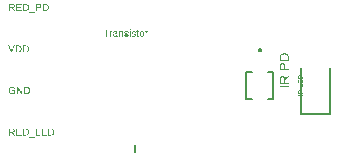
<source format=gbr>
G04 EAGLE Gerber RS-274X export*
G75*
%MOMM*%
%FSLAX34Y34*%
%LPD*%
%INSilkscreen Top*%
%IPPOS*%
%AMOC8*
5,1,8,0,0,1.08239X$1,22.5*%
G01*
G04 Define Apertures*
%ADD10C,0.127000*%
%ADD11C,0.200000*%
%ADD12C,0.254000*%
G36*
X246888Y98070D02*
X238998Y98070D01*
X238998Y100679D01*
X239013Y101166D01*
X239060Y101624D01*
X239139Y102054D01*
X239249Y102455D01*
X239390Y102827D01*
X239563Y103171D01*
X239767Y103487D01*
X240003Y103773D01*
X240267Y104028D01*
X240558Y104250D01*
X240876Y104437D01*
X241220Y104590D01*
X241591Y104709D01*
X241988Y104794D01*
X242412Y104845D01*
X242862Y104862D01*
X243162Y104855D01*
X243453Y104833D01*
X243734Y104795D01*
X244006Y104743D01*
X244268Y104676D01*
X244521Y104595D01*
X244764Y104498D01*
X244998Y104386D01*
X245220Y104261D01*
X245429Y104123D01*
X245624Y103973D01*
X245807Y103811D01*
X245975Y103636D01*
X246130Y103449D01*
X246272Y103249D01*
X246401Y103037D01*
X246515Y102814D01*
X246614Y102583D01*
X246698Y102344D01*
X246766Y102096D01*
X246820Y101840D01*
X246858Y101575D01*
X246880Y101302D01*
X246888Y101021D01*
X246888Y98070D01*
G37*
%LPC*%
G36*
X246031Y99139D02*
X246031Y100898D01*
X246007Y101318D01*
X245936Y101713D01*
X245817Y102081D01*
X245650Y102424D01*
X245439Y102733D01*
X245186Y103005D01*
X244890Y103239D01*
X244553Y103434D01*
X244178Y103589D01*
X243772Y103699D01*
X243333Y103765D01*
X242862Y103787D01*
X242506Y103775D01*
X242172Y103737D01*
X241859Y103674D01*
X241569Y103586D01*
X241300Y103473D01*
X241053Y103335D01*
X240828Y103172D01*
X240624Y102984D01*
X240444Y102771D01*
X240288Y102537D01*
X240155Y102280D01*
X240047Y102000D01*
X239963Y101698D01*
X239903Y101373D01*
X239866Y101026D01*
X239854Y100657D01*
X239854Y99139D01*
X246031Y99139D01*
G37*
%LPD*%
G36*
X246888Y78945D02*
X238998Y78945D01*
X238998Y82657D01*
X239007Y82981D01*
X239035Y83286D01*
X239082Y83571D01*
X239147Y83838D01*
X239231Y84086D01*
X239333Y84315D01*
X239454Y84525D01*
X239594Y84715D01*
X239750Y84885D01*
X239921Y85033D01*
X240107Y85157D01*
X240307Y85259D01*
X240522Y85339D01*
X240752Y85395D01*
X240996Y85429D01*
X241254Y85441D01*
X241470Y85433D01*
X241677Y85408D01*
X241874Y85368D01*
X242064Y85312D01*
X242244Y85240D01*
X242416Y85152D01*
X242579Y85048D01*
X242733Y84928D01*
X242876Y84794D01*
X243005Y84648D01*
X243120Y84489D01*
X243162Y84418D01*
X243221Y84318D01*
X243309Y84136D01*
X243383Y83941D01*
X243443Y83733D01*
X243489Y83514D01*
X244936Y84468D01*
X246888Y85754D01*
X246888Y84522D01*
X243612Y82473D01*
X243612Y80014D01*
X246888Y80014D01*
X246888Y78945D01*
G37*
%LPC*%
G36*
X242766Y80014D02*
X242766Y82596D01*
X242760Y82801D01*
X242742Y82995D01*
X242711Y83176D01*
X242668Y83345D01*
X242612Y83503D01*
X242544Y83648D01*
X242464Y83782D01*
X242372Y83903D01*
X242268Y84012D01*
X242154Y84105D01*
X242031Y84185D01*
X241898Y84250D01*
X241755Y84300D01*
X241601Y84336D01*
X241439Y84358D01*
X241266Y84365D01*
X241099Y84358D01*
X240942Y84336D01*
X240795Y84300D01*
X240659Y84248D01*
X240533Y84183D01*
X240417Y84102D01*
X240311Y84007D01*
X240216Y83898D01*
X240131Y83774D01*
X240058Y83638D01*
X239945Y83327D01*
X239877Y82965D01*
X239854Y82551D01*
X239854Y80014D01*
X242766Y80014D01*
G37*
%LPD*%
G36*
X246888Y90413D02*
X238998Y90413D01*
X238998Y93734D01*
X239007Y94057D01*
X239037Y94360D01*
X239085Y94645D01*
X239153Y94911D01*
X239240Y95159D01*
X239347Y95388D01*
X239474Y95598D01*
X239619Y95789D01*
X239783Y95960D01*
X239962Y96108D01*
X240157Y96233D01*
X240368Y96335D01*
X240595Y96415D01*
X240838Y96472D01*
X241097Y96506D01*
X241372Y96517D01*
X241645Y96506D01*
X241903Y96472D01*
X242147Y96415D01*
X242377Y96335D01*
X242593Y96232D01*
X242794Y96106D01*
X242980Y95958D01*
X243153Y95786D01*
X243308Y95596D01*
X243442Y95388D01*
X243556Y95165D01*
X243648Y94925D01*
X243721Y94668D01*
X243772Y94396D01*
X243803Y94107D01*
X243814Y93801D01*
X243814Y91483D01*
X246888Y91483D01*
X246888Y90413D01*
G37*
%LPC*%
G36*
X242968Y91483D02*
X242968Y93650D01*
X242962Y93867D01*
X242943Y94070D01*
X242912Y94259D01*
X242869Y94434D01*
X242813Y94595D01*
X242745Y94742D01*
X242665Y94875D01*
X242572Y94994D01*
X242467Y95099D01*
X242349Y95190D01*
X242219Y95267D01*
X242077Y95330D01*
X241922Y95379D01*
X241755Y95414D01*
X241575Y95435D01*
X241383Y95442D01*
X241198Y95435D01*
X241025Y95413D01*
X240864Y95377D01*
X240714Y95327D01*
X240577Y95263D01*
X240452Y95184D01*
X240338Y95091D01*
X240237Y94983D01*
X240147Y94861D01*
X240069Y94725D01*
X240004Y94574D01*
X239950Y94409D01*
X239908Y94230D01*
X239878Y94036D01*
X239860Y93828D01*
X239854Y93605D01*
X239854Y91483D01*
X242968Y91483D01*
G37*
%LPD*%
G36*
X246888Y75875D02*
X238998Y75875D01*
X238998Y76944D01*
X246888Y76944D01*
X246888Y75875D01*
G37*
G36*
X24953Y70350D02*
X22741Y70350D01*
X22741Y76262D01*
X24697Y76262D01*
X25061Y76251D01*
X25405Y76215D01*
X25727Y76156D01*
X26027Y76074D01*
X26306Y75968D01*
X26564Y75839D01*
X26800Y75686D01*
X27015Y75509D01*
X27206Y75311D01*
X27372Y75093D01*
X27512Y74855D01*
X27627Y74597D01*
X27716Y74319D01*
X27780Y74022D01*
X27818Y73704D01*
X27831Y73367D01*
X27809Y72924D01*
X27742Y72509D01*
X27631Y72124D01*
X27474Y71766D01*
X27278Y71443D01*
X27043Y71160D01*
X26772Y70918D01*
X26463Y70715D01*
X26123Y70555D01*
X25758Y70441D01*
X25368Y70373D01*
X24953Y70350D01*
G37*
%LPC*%
G36*
X24860Y70992D02*
X25176Y71010D01*
X25471Y71063D01*
X25747Y71153D01*
X26004Y71277D01*
X26236Y71436D01*
X26440Y71626D01*
X26615Y71847D01*
X26761Y72100D01*
X26877Y72380D01*
X26959Y72685D01*
X27009Y73014D01*
X27025Y73367D01*
X27016Y73634D01*
X26988Y73884D01*
X26941Y74118D01*
X26875Y74336D01*
X26790Y74537D01*
X26687Y74722D01*
X26564Y74891D01*
X26423Y75043D01*
X26264Y75179D01*
X26089Y75296D01*
X25896Y75395D01*
X25686Y75476D01*
X25460Y75539D01*
X25217Y75584D01*
X24957Y75611D01*
X24680Y75620D01*
X23543Y75620D01*
X23543Y70992D01*
X24860Y70992D01*
G37*
%LPD*%
G36*
X17236Y70350D02*
X16522Y70350D01*
X16522Y76262D01*
X17454Y76262D01*
X20651Y71193D01*
X20614Y71903D01*
X20601Y72385D01*
X20601Y76262D01*
X21323Y76262D01*
X21323Y70350D01*
X20358Y70350D01*
X17194Y75385D01*
X17215Y74978D01*
X17236Y74278D01*
X17236Y70350D01*
G37*
G36*
X12541Y70266D02*
X12094Y70289D01*
X11678Y70358D01*
X11294Y70474D01*
X10943Y70635D01*
X10627Y70840D01*
X10351Y71086D01*
X10114Y71372D01*
X9917Y71699D01*
X9762Y72062D01*
X9651Y72455D01*
X9584Y72879D01*
X9562Y73333D01*
X9574Y73683D01*
X9610Y74012D01*
X9671Y74321D01*
X9755Y74610D01*
X9864Y74879D01*
X9997Y75127D01*
X10153Y75354D01*
X10334Y75562D01*
X10537Y75747D01*
X10759Y75907D01*
X11001Y76042D01*
X11263Y76153D01*
X11544Y76240D01*
X11844Y76301D01*
X12164Y76338D01*
X12504Y76351D01*
X12972Y76330D01*
X13393Y76268D01*
X13769Y76164D01*
X14098Y76019D01*
X14387Y75828D01*
X14641Y75588D01*
X14859Y75298D01*
X15042Y74957D01*
X14279Y74731D01*
X14141Y74966D01*
X13979Y75166D01*
X13794Y75333D01*
X13584Y75465D01*
X13349Y75566D01*
X13088Y75638D01*
X12799Y75681D01*
X12483Y75696D01*
X12234Y75686D01*
X12001Y75657D01*
X11783Y75609D01*
X11580Y75541D01*
X11391Y75454D01*
X11218Y75348D01*
X11060Y75222D01*
X10918Y75077D01*
X10791Y74914D01*
X10681Y74736D01*
X10588Y74542D01*
X10512Y74332D01*
X10452Y74106D01*
X10410Y73864D01*
X10385Y73607D01*
X10376Y73333D01*
X10385Y73061D01*
X10412Y72803D01*
X10457Y72560D01*
X10520Y72331D01*
X10601Y72117D01*
X10700Y71918D01*
X10816Y71734D01*
X10951Y71565D01*
X11102Y71413D01*
X11266Y71281D01*
X11444Y71170D01*
X11636Y71079D01*
X11842Y71008D01*
X12061Y70957D01*
X12294Y70927D01*
X12541Y70916D01*
X12826Y70927D01*
X13101Y70961D01*
X13366Y71016D01*
X13622Y71093D01*
X13861Y71189D01*
X14076Y71300D01*
X14267Y71428D01*
X14434Y71571D01*
X14434Y72637D01*
X12667Y72637D01*
X12667Y73308D01*
X15172Y73308D01*
X15172Y71269D01*
X14924Y71043D01*
X14650Y70845D01*
X14348Y70673D01*
X14021Y70528D01*
X13672Y70414D01*
X13310Y70332D01*
X12933Y70282D01*
X12541Y70266D01*
G37*
G36*
X258572Y83033D02*
X254638Y83033D01*
X254638Y84334D01*
X254645Y84577D01*
X254669Y84805D01*
X254708Y85020D01*
X254763Y85220D01*
X254833Y85405D01*
X254920Y85577D01*
X255021Y85734D01*
X255139Y85877D01*
X255271Y86004D01*
X255416Y86114D01*
X255574Y86208D01*
X255746Y86284D01*
X255931Y86344D01*
X256129Y86386D01*
X256340Y86412D01*
X256564Y86420D01*
X256859Y86405D01*
X257135Y86361D01*
X257392Y86286D01*
X257630Y86183D01*
X257845Y86052D01*
X258033Y85896D01*
X258194Y85715D01*
X258329Y85510D01*
X258435Y85284D01*
X258511Y85041D01*
X258557Y84781D01*
X258572Y84504D01*
X258572Y83033D01*
G37*
%LPC*%
G36*
X258145Y83566D02*
X258145Y84443D01*
X258133Y84653D01*
X258097Y84850D01*
X258038Y85033D01*
X257955Y85204D01*
X257850Y85358D01*
X257723Y85494D01*
X257576Y85610D01*
X257408Y85708D01*
X257221Y85785D01*
X257018Y85840D01*
X256799Y85873D01*
X256564Y85884D01*
X256387Y85878D01*
X256220Y85859D01*
X256065Y85828D01*
X255920Y85784D01*
X255786Y85727D01*
X255662Y85658D01*
X255550Y85577D01*
X255449Y85483D01*
X255281Y85260D01*
X255215Y85132D01*
X255161Y84993D01*
X255119Y84842D01*
X255089Y84680D01*
X255071Y84507D01*
X255065Y84323D01*
X255065Y83566D01*
X258145Y83566D01*
G37*
%LPD*%
G36*
X258572Y70314D02*
X254638Y70314D01*
X254638Y72165D01*
X254656Y72479D01*
X254712Y72754D01*
X254805Y72992D01*
X254935Y73192D01*
X255098Y73350D01*
X255291Y73463D01*
X255512Y73531D01*
X255763Y73553D01*
X255973Y73537D01*
X256166Y73489D01*
X256342Y73410D01*
X256500Y73298D01*
X256636Y73158D01*
X256711Y73043D01*
X256744Y72994D01*
X256824Y72805D01*
X256877Y72593D01*
X257599Y73068D01*
X258572Y73710D01*
X258572Y73095D01*
X256939Y72073D01*
X256939Y70847D01*
X258572Y70847D01*
X258572Y70314D01*
G37*
%LPC*%
G36*
X256517Y70847D02*
X256517Y72135D01*
X256505Y72334D01*
X256468Y72509D01*
X256406Y72660D01*
X256320Y72787D01*
X256212Y72888D01*
X256084Y72960D01*
X255936Y73003D01*
X255769Y73017D01*
X255607Y73003D01*
X255466Y72959D01*
X255345Y72886D01*
X255245Y72784D01*
X255166Y72655D01*
X255110Y72499D01*
X255076Y72319D01*
X255065Y72112D01*
X255065Y70847D01*
X256517Y70847D01*
G37*
%LPD*%
G36*
X258572Y79220D02*
X254638Y79220D01*
X254638Y82205D01*
X255073Y82205D01*
X255073Y79754D01*
X256335Y79754D01*
X256335Y82038D01*
X256765Y82038D01*
X256765Y79754D01*
X258136Y79754D01*
X258136Y82320D01*
X258572Y82320D01*
X258572Y79220D01*
G37*
G36*
X258572Y76033D02*
X254638Y76033D01*
X254638Y76566D01*
X258136Y76566D01*
X258136Y78554D01*
X258572Y78554D01*
X258572Y76033D01*
G37*
G36*
X258572Y68779D02*
X254638Y68779D01*
X254638Y69312D01*
X258572Y69312D01*
X258572Y68779D01*
G37*
G36*
X122513Y118788D02*
X122272Y118798D01*
X122047Y118826D01*
X121836Y118873D01*
X121641Y118940D01*
X121460Y119025D01*
X121295Y119129D01*
X121146Y119252D01*
X121011Y119394D01*
X120892Y119554D01*
X120789Y119731D01*
X120702Y119925D01*
X120630Y120136D01*
X120575Y120363D01*
X120535Y120607D01*
X120511Y120868D01*
X120503Y121146D01*
X120511Y121431D01*
X120535Y121697D01*
X120575Y121945D01*
X120631Y122174D01*
X120702Y122386D01*
X120790Y122578D01*
X120893Y122753D01*
X121012Y122909D01*
X121147Y123046D01*
X121298Y123166D01*
X121465Y123267D01*
X121648Y123349D01*
X121847Y123414D01*
X122062Y123459D01*
X122292Y123487D01*
X122539Y123496D01*
X122790Y123487D01*
X123024Y123460D01*
X123242Y123416D01*
X123442Y123353D01*
X123625Y123272D01*
X123790Y123174D01*
X123939Y123058D01*
X124070Y122923D01*
X124185Y122770D01*
X124285Y122598D01*
X124369Y122405D01*
X124438Y122193D01*
X124492Y121961D01*
X124530Y121709D01*
X124553Y121438D01*
X124561Y121146D01*
X124553Y120858D01*
X124528Y120588D01*
X124487Y120338D01*
X124430Y120107D01*
X124356Y119894D01*
X124266Y119701D01*
X124159Y119527D01*
X124037Y119371D01*
X123898Y119235D01*
X123745Y119116D01*
X123576Y119016D01*
X123393Y118934D01*
X123196Y118870D01*
X122983Y118825D01*
X122756Y118797D01*
X122513Y118788D01*
G37*
%LPC*%
G36*
X122505Y119346D02*
X122669Y119353D01*
X122821Y119373D01*
X122960Y119408D01*
X123088Y119455D01*
X123203Y119517D01*
X123306Y119592D01*
X123397Y119680D01*
X123476Y119783D01*
X123604Y120031D01*
X123695Y120342D01*
X123750Y120713D01*
X123768Y121146D01*
X123751Y121584D01*
X123698Y121958D01*
X123611Y122267D01*
X123489Y122512D01*
X123413Y122612D01*
X123326Y122699D01*
X123226Y122772D01*
X123115Y122832D01*
X122992Y122878D01*
X122857Y122911D01*
X122710Y122931D01*
X122551Y122938D01*
X122391Y122931D01*
X122243Y122911D01*
X122105Y122877D01*
X121980Y122830D01*
X121866Y122768D01*
X121763Y122694D01*
X121672Y122606D01*
X121592Y122504D01*
X121463Y122256D01*
X121370Y121947D01*
X121315Y121577D01*
X121296Y121146D01*
X121315Y120725D01*
X121369Y120360D01*
X121460Y120051D01*
X121588Y119797D01*
X121666Y119692D01*
X121755Y119600D01*
X121854Y119522D01*
X121963Y119459D01*
X122083Y119410D01*
X122213Y119374D01*
X122354Y119353D01*
X122505Y119346D01*
G37*
%LPD*%
G36*
X99411Y118788D02*
X99090Y118811D01*
X98812Y118878D01*
X98576Y118991D01*
X98383Y119149D01*
X98232Y119346D01*
X98125Y119577D01*
X98060Y119841D01*
X98039Y120139D01*
X98046Y120310D01*
X98068Y120471D01*
X98104Y120622D01*
X98155Y120762D01*
X98220Y120893D01*
X98300Y121013D01*
X98394Y121122D01*
X98502Y121222D01*
X98627Y121311D01*
X98770Y121389D01*
X98930Y121456D01*
X99108Y121511D01*
X99304Y121556D01*
X99518Y121590D01*
X99998Y121625D01*
X101018Y121641D01*
X101018Y121889D01*
X101003Y122146D01*
X100959Y122364D01*
X100886Y122543D01*
X100783Y122682D01*
X100649Y122787D01*
X100481Y122862D01*
X100280Y122906D01*
X100045Y122921D01*
X99808Y122911D01*
X99606Y122878D01*
X99439Y122825D01*
X99306Y122749D01*
X99202Y122650D01*
X99121Y122526D01*
X99064Y122376D01*
X99029Y122200D01*
X98240Y122271D01*
X98311Y122558D01*
X98426Y122807D01*
X98587Y123018D01*
X98792Y123190D01*
X99042Y123324D01*
X99337Y123420D01*
X99677Y123477D01*
X100061Y123496D01*
X100269Y123490D01*
X100463Y123472D01*
X100644Y123441D01*
X100811Y123398D01*
X100966Y123343D01*
X101107Y123275D01*
X101235Y123196D01*
X101350Y123104D01*
X101451Y123000D01*
X101539Y122886D01*
X101613Y122760D01*
X101674Y122624D01*
X101721Y122477D01*
X101755Y122318D01*
X101775Y122149D01*
X101782Y121969D01*
X101782Y120013D01*
X101804Y119719D01*
X101831Y119603D01*
X101870Y119508D01*
X101924Y119433D01*
X101998Y119380D01*
X102092Y119348D01*
X102206Y119338D01*
X102453Y119367D01*
X102453Y118897D01*
X102165Y118847D01*
X101870Y118830D01*
X101674Y118844D01*
X101507Y118885D01*
X101369Y118954D01*
X101259Y119050D01*
X101174Y119176D01*
X101110Y119333D01*
X101066Y119521D01*
X101043Y119741D01*
X101018Y119741D01*
X100867Y119499D01*
X100705Y119296D01*
X100531Y119131D01*
X100345Y119004D01*
X100142Y118910D01*
X99919Y118842D01*
X99675Y118802D01*
X99411Y118788D01*
G37*
%LPC*%
G36*
X99583Y119355D02*
X99785Y119366D01*
X99975Y119402D01*
X100154Y119461D01*
X100322Y119543D01*
X100475Y119647D01*
X100611Y119767D01*
X100729Y119906D01*
X100831Y120062D01*
X100913Y120227D01*
X100971Y120396D01*
X101006Y120566D01*
X101018Y120739D01*
X101018Y121113D01*
X100191Y121096D01*
X99941Y121086D01*
X99723Y121064D01*
X99537Y121031D01*
X99384Y120987D01*
X99254Y120930D01*
X99141Y120859D01*
X99043Y120774D01*
X98962Y120676D01*
X98898Y120563D01*
X98852Y120434D01*
X98824Y120288D01*
X98815Y120127D01*
X98828Y119953D01*
X98865Y119799D01*
X98927Y119667D01*
X99014Y119556D01*
X99125Y119468D01*
X99256Y119405D01*
X99409Y119367D01*
X99583Y119355D01*
G37*
%LPD*%
G36*
X103806Y118872D02*
X103051Y118872D01*
X103051Y122443D01*
X103045Y123082D01*
X103026Y123412D01*
X103739Y123412D01*
X103747Y123299D01*
X103758Y123087D01*
X103773Y122636D01*
X103785Y122636D01*
X103920Y122854D01*
X104066Y123037D01*
X104221Y123186D01*
X104387Y123301D01*
X104569Y123386D01*
X104771Y123447D01*
X104994Y123484D01*
X105237Y123496D01*
X105585Y123473D01*
X105741Y123444D01*
X105884Y123403D01*
X106014Y123351D01*
X106132Y123287D01*
X106237Y123212D01*
X106330Y123125D01*
X106411Y123024D01*
X106482Y122909D01*
X106541Y122778D01*
X106590Y122632D01*
X106655Y122295D01*
X106676Y121897D01*
X106676Y118872D01*
X105917Y118872D01*
X105917Y121751D01*
X105911Y121962D01*
X105895Y122149D01*
X105867Y122311D01*
X105829Y122447D01*
X105778Y122562D01*
X105714Y122660D01*
X105638Y122741D01*
X105548Y122804D01*
X105440Y122852D01*
X105309Y122886D01*
X105157Y122906D01*
X104981Y122913D01*
X104723Y122890D01*
X104493Y122820D01*
X104293Y122703D01*
X104121Y122539D01*
X103983Y122335D01*
X103885Y122094D01*
X103826Y121816D01*
X103806Y121503D01*
X103806Y118872D01*
G37*
G36*
X109380Y118788D02*
X108981Y118806D01*
X108630Y118858D01*
X108327Y118945D01*
X108073Y119067D01*
X107864Y119226D01*
X107694Y119424D01*
X107565Y119662D01*
X107475Y119938D01*
X108143Y120068D01*
X108204Y119898D01*
X108291Y119752D01*
X108403Y119630D01*
X108541Y119533D01*
X108707Y119459D01*
X108902Y119405D01*
X109127Y119374D01*
X109380Y119363D01*
X109649Y119374D01*
X109878Y119407D01*
X110069Y119462D01*
X110222Y119539D01*
X110338Y119638D01*
X110422Y119759D01*
X110472Y119903D01*
X110488Y120068D01*
X110477Y120196D01*
X110442Y120311D01*
X110384Y120414D01*
X110304Y120504D01*
X110197Y120585D01*
X110062Y120657D01*
X109899Y120723D01*
X109708Y120781D01*
X109166Y120924D01*
X108610Y121090D01*
X108402Y121172D01*
X108241Y121253D01*
X107996Y121432D01*
X107896Y121535D01*
X107811Y121646D01*
X107743Y121768D01*
X107695Y121903D01*
X107666Y122051D01*
X107656Y122212D01*
X107663Y122363D01*
X107684Y122504D01*
X107718Y122636D01*
X107767Y122759D01*
X107829Y122873D01*
X107905Y122977D01*
X108099Y123158D01*
X108345Y123301D01*
X108642Y123402D01*
X108990Y123463D01*
X109389Y123484D01*
X109745Y123467D01*
X110063Y123417D01*
X110342Y123335D01*
X110583Y123219D01*
X110784Y123067D01*
X110944Y122875D01*
X111064Y122643D01*
X111143Y122372D01*
X110463Y122288D01*
X110418Y122430D01*
X110347Y122555D01*
X110249Y122662D01*
X110125Y122751D01*
X109976Y122822D01*
X109804Y122873D01*
X109608Y122903D01*
X109389Y122913D01*
X109150Y122903D01*
X108944Y122874D01*
X108772Y122826D01*
X108634Y122758D01*
X108527Y122670D01*
X108451Y122563D01*
X108405Y122435D01*
X108390Y122288D01*
X108396Y122195D01*
X108415Y122111D01*
X108491Y121969D01*
X108616Y121852D01*
X108789Y121755D01*
X109095Y121650D01*
X109620Y121511D01*
X110136Y121366D01*
X110484Y121232D01*
X110721Y121098D01*
X110902Y120949D01*
X111037Y120782D01*
X111139Y120590D01*
X111202Y120373D01*
X111223Y120127D01*
X111215Y119971D01*
X111192Y119824D01*
X111154Y119686D01*
X111101Y119558D01*
X111033Y119439D01*
X110950Y119329D01*
X110852Y119228D01*
X110738Y119136D01*
X110471Y118984D01*
X110156Y118875D01*
X109793Y118810D01*
X109380Y118788D01*
G37*
G36*
X115599Y118788D02*
X115200Y118806D01*
X114849Y118858D01*
X114546Y118945D01*
X114292Y119067D01*
X114082Y119226D01*
X113913Y119424D01*
X113783Y119662D01*
X113694Y119938D01*
X114361Y120068D01*
X114422Y119898D01*
X114509Y119752D01*
X114622Y119630D01*
X114760Y119533D01*
X114926Y119459D01*
X115121Y119405D01*
X115345Y119374D01*
X115599Y119363D01*
X115867Y119374D01*
X116097Y119407D01*
X116288Y119462D01*
X116441Y119539D01*
X116557Y119638D01*
X116640Y119759D01*
X116690Y119903D01*
X116707Y120068D01*
X116695Y120196D01*
X116661Y120311D01*
X116603Y120414D01*
X116522Y120504D01*
X116416Y120585D01*
X116281Y120657D01*
X116118Y120723D01*
X115927Y120781D01*
X115385Y120924D01*
X114829Y121090D01*
X114621Y121172D01*
X114460Y121253D01*
X114215Y121432D01*
X114115Y121535D01*
X114030Y121646D01*
X113962Y121768D01*
X113913Y121903D01*
X113884Y122051D01*
X113875Y122212D01*
X113882Y122363D01*
X113902Y122504D01*
X113937Y122636D01*
X113985Y122759D01*
X114048Y122873D01*
X114124Y122977D01*
X114317Y123158D01*
X114564Y123301D01*
X114861Y123402D01*
X115209Y123463D01*
X115608Y123484D01*
X115964Y123467D01*
X116282Y123417D01*
X116561Y123335D01*
X116801Y123219D01*
X117002Y123067D01*
X117163Y122875D01*
X117283Y122643D01*
X117362Y122372D01*
X116682Y122288D01*
X116637Y122430D01*
X116566Y122555D01*
X116468Y122662D01*
X116344Y122751D01*
X116195Y122822D01*
X116023Y122873D01*
X115827Y122903D01*
X115608Y122913D01*
X115368Y122903D01*
X115163Y122874D01*
X114991Y122826D01*
X114852Y122758D01*
X114746Y122670D01*
X114670Y122563D01*
X114624Y122435D01*
X114609Y122288D01*
X114615Y122195D01*
X114634Y122111D01*
X114710Y121969D01*
X114834Y121852D01*
X115008Y121755D01*
X115314Y121650D01*
X115838Y121511D01*
X116355Y121366D01*
X116703Y121232D01*
X116939Y121098D01*
X117120Y120949D01*
X117256Y120782D01*
X117357Y120590D01*
X117420Y120373D01*
X117441Y120127D01*
X117434Y119971D01*
X117411Y119824D01*
X117373Y119686D01*
X117320Y119558D01*
X117252Y119439D01*
X117169Y119329D01*
X117070Y119228D01*
X116957Y119136D01*
X116690Y118984D01*
X116375Y118875D01*
X116011Y118810D01*
X115599Y118788D01*
G37*
G36*
X92882Y118872D02*
X92085Y118872D01*
X92085Y124130D01*
X90054Y124130D01*
X90054Y124784D01*
X94913Y124784D01*
X94913Y124130D01*
X92882Y124130D01*
X92882Y118872D01*
G37*
G36*
X119328Y118805D02*
X119116Y118821D01*
X118932Y118869D01*
X118776Y118949D01*
X118649Y119062D01*
X118550Y119206D01*
X118479Y119383D01*
X118436Y119592D01*
X118422Y119833D01*
X118422Y122863D01*
X117898Y122863D01*
X117898Y123412D01*
X118451Y123412D01*
X118674Y124428D01*
X119177Y124428D01*
X119177Y123412D01*
X120017Y123412D01*
X120017Y122863D01*
X119177Y122863D01*
X119177Y119997D01*
X119184Y119845D01*
X119204Y119718D01*
X119238Y119615D01*
X119284Y119537D01*
X119348Y119479D01*
X119431Y119438D01*
X119533Y119413D01*
X119656Y119405D01*
X119840Y119420D01*
X120092Y119464D01*
X120092Y118906D01*
X119715Y118830D01*
X119523Y118811D01*
X119328Y118805D01*
G37*
G36*
X96150Y118872D02*
X95395Y118872D01*
X95395Y122355D01*
X95369Y123412D01*
X96083Y123412D01*
X96116Y122485D01*
X96133Y122485D01*
X96227Y122753D01*
X96327Y122976D01*
X96434Y123152D01*
X96549Y123282D01*
X96678Y123376D01*
X96832Y123443D01*
X97010Y123483D01*
X97212Y123496D01*
X97364Y123486D01*
X97518Y123454D01*
X97518Y122762D01*
X97342Y122793D01*
X97115Y122804D01*
X97001Y122797D01*
X96894Y122779D01*
X96701Y122703D01*
X96535Y122576D01*
X96397Y122399D01*
X96289Y122175D01*
X96212Y121906D01*
X96165Y121594D01*
X96150Y121239D01*
X96150Y118872D01*
G37*
G36*
X126275Y118872D02*
X125520Y118872D01*
X125520Y122355D01*
X125494Y123412D01*
X126208Y123412D01*
X126241Y122485D01*
X126258Y122485D01*
X126352Y122753D01*
X126452Y122976D01*
X126559Y123152D01*
X126674Y123282D01*
X126803Y123376D01*
X126957Y123443D01*
X127135Y123483D01*
X127337Y123496D01*
X127489Y123486D01*
X127643Y123454D01*
X127643Y122762D01*
X127467Y122793D01*
X127240Y122804D01*
X127126Y122797D01*
X127019Y122779D01*
X126826Y122703D01*
X126660Y122576D01*
X126522Y122399D01*
X126414Y122175D01*
X126337Y121906D01*
X126290Y121594D01*
X126275Y121239D01*
X126275Y118872D01*
G37*
G36*
X112879Y118872D02*
X112124Y118872D01*
X112124Y123412D01*
X112879Y123412D01*
X112879Y118872D01*
G37*
G36*
X112879Y124377D02*
X112124Y124377D01*
X112124Y125099D01*
X112879Y125099D01*
X112879Y124377D01*
G37*
G36*
X23984Y35160D02*
X21772Y35160D01*
X21772Y41072D01*
X23728Y41072D01*
X24093Y41061D01*
X24436Y41025D01*
X24758Y40966D01*
X25059Y40884D01*
X25338Y40778D01*
X25595Y40649D01*
X25831Y40496D01*
X26046Y40319D01*
X26238Y40121D01*
X26403Y39903D01*
X26544Y39665D01*
X26658Y39407D01*
X26748Y39129D01*
X26811Y38832D01*
X26850Y38514D01*
X26862Y38177D01*
X26840Y37734D01*
X26773Y37319D01*
X26662Y36934D01*
X26506Y36576D01*
X26309Y36253D01*
X26075Y35970D01*
X25803Y35728D01*
X25494Y35525D01*
X25155Y35365D01*
X24790Y35251D01*
X24399Y35183D01*
X23984Y35160D01*
G37*
%LPC*%
G36*
X23892Y35802D02*
X24207Y35820D01*
X24503Y35873D01*
X24779Y35963D01*
X25035Y36087D01*
X25267Y36246D01*
X25471Y36436D01*
X25646Y36657D01*
X25792Y36910D01*
X25908Y37190D01*
X25991Y37495D01*
X26040Y37824D01*
X26057Y38177D01*
X26047Y38444D01*
X26019Y38694D01*
X25972Y38928D01*
X25906Y39146D01*
X25822Y39347D01*
X25718Y39532D01*
X25596Y39701D01*
X25455Y39853D01*
X25296Y39989D01*
X25120Y40106D01*
X24927Y40205D01*
X24718Y40286D01*
X24491Y40349D01*
X24248Y40394D01*
X23988Y40421D01*
X23711Y40430D01*
X22574Y40430D01*
X22574Y35802D01*
X23892Y35802D01*
G37*
%LPD*%
G36*
X45484Y35160D02*
X43272Y35160D01*
X43272Y41072D01*
X45228Y41072D01*
X45593Y41061D01*
X45936Y41025D01*
X46258Y40966D01*
X46559Y40884D01*
X46838Y40778D01*
X47095Y40649D01*
X47331Y40496D01*
X47546Y40319D01*
X47738Y40121D01*
X47903Y39903D01*
X48044Y39665D01*
X48158Y39407D01*
X48248Y39129D01*
X48311Y38832D01*
X48350Y38514D01*
X48362Y38177D01*
X48340Y37734D01*
X48273Y37319D01*
X48162Y36934D01*
X48006Y36576D01*
X47809Y36253D01*
X47575Y35970D01*
X47303Y35728D01*
X46994Y35525D01*
X46655Y35365D01*
X46290Y35251D01*
X45899Y35183D01*
X45484Y35160D01*
G37*
%LPC*%
G36*
X45392Y35802D02*
X45707Y35820D01*
X46003Y35873D01*
X46279Y35963D01*
X46535Y36087D01*
X46767Y36246D01*
X46971Y36436D01*
X47146Y36657D01*
X47292Y36910D01*
X47408Y37190D01*
X47491Y37495D01*
X47540Y37824D01*
X47557Y38177D01*
X47547Y38444D01*
X47519Y38694D01*
X47472Y38928D01*
X47406Y39146D01*
X47322Y39347D01*
X47218Y39532D01*
X47096Y39701D01*
X46955Y39853D01*
X46796Y39989D01*
X46620Y40106D01*
X46427Y40205D01*
X46218Y40286D01*
X45991Y40349D01*
X45748Y40394D01*
X45488Y40421D01*
X45211Y40430D01*
X44074Y40430D01*
X44074Y35802D01*
X45392Y35802D01*
G37*
%LPD*%
G36*
X10636Y35160D02*
X9835Y35160D01*
X9835Y41072D01*
X12617Y41072D01*
X12860Y41065D01*
X13088Y41044D01*
X13302Y41010D01*
X13502Y40961D01*
X13688Y40898D01*
X13859Y40821D01*
X14016Y40730D01*
X14159Y40626D01*
X14286Y40508D01*
X14397Y40380D01*
X14490Y40241D01*
X14567Y40091D01*
X14626Y39930D01*
X14669Y39758D01*
X14694Y39575D01*
X14703Y39381D01*
X14679Y39065D01*
X14607Y38775D01*
X14487Y38511D01*
X14319Y38274D01*
X14108Y38070D01*
X13936Y37957D01*
X13862Y37907D01*
X13579Y37787D01*
X13259Y37707D01*
X13974Y36623D01*
X14937Y35160D01*
X14014Y35160D01*
X12479Y37615D01*
X10636Y37615D01*
X10636Y35160D01*
G37*
%LPC*%
G36*
X12571Y38248D02*
X12870Y38267D01*
X13133Y38322D01*
X13360Y38415D01*
X13551Y38544D01*
X13702Y38707D01*
X13810Y38899D01*
X13875Y39121D01*
X13897Y39373D01*
X13875Y39616D01*
X13809Y39828D01*
X13700Y40009D01*
X13546Y40160D01*
X13352Y40278D01*
X13119Y40363D01*
X12847Y40413D01*
X12537Y40430D01*
X10636Y40430D01*
X10636Y38248D01*
X12571Y38248D01*
G37*
%LPD*%
G36*
X20711Y35160D02*
X16054Y35160D01*
X16054Y41072D01*
X20539Y41072D01*
X20539Y40418D01*
X16855Y40418D01*
X16855Y38521D01*
X20288Y38521D01*
X20288Y37875D01*
X16855Y37875D01*
X16855Y35815D01*
X20711Y35815D01*
X20711Y35160D01*
G37*
G36*
X42211Y35160D02*
X37554Y35160D01*
X37554Y41072D01*
X42039Y41072D01*
X42039Y40418D01*
X38355Y40418D01*
X38355Y38521D01*
X41788Y38521D01*
X41788Y37875D01*
X38355Y37875D01*
X38355Y35815D01*
X42211Y35815D01*
X42211Y35160D01*
G37*
G36*
X36562Y35160D02*
X32772Y35160D01*
X32772Y41072D01*
X33574Y41072D01*
X33574Y35815D01*
X36562Y35815D01*
X36562Y35160D01*
G37*
G36*
X32162Y33452D02*
X27156Y33452D01*
X27156Y33998D01*
X32162Y33998D01*
X32162Y33452D01*
G37*
G36*
X23984Y140730D02*
X21772Y140730D01*
X21772Y146642D01*
X23728Y146642D01*
X24093Y146631D01*
X24436Y146595D01*
X24758Y146536D01*
X25059Y146454D01*
X25338Y146348D01*
X25595Y146219D01*
X25831Y146066D01*
X26046Y145889D01*
X26238Y145691D01*
X26403Y145473D01*
X26544Y145235D01*
X26658Y144977D01*
X26748Y144699D01*
X26811Y144402D01*
X26850Y144084D01*
X26862Y143747D01*
X26840Y143304D01*
X26773Y142889D01*
X26662Y142504D01*
X26506Y142146D01*
X26309Y141823D01*
X26075Y141540D01*
X25803Y141298D01*
X25494Y141095D01*
X25155Y140935D01*
X24790Y140821D01*
X24399Y140753D01*
X23984Y140730D01*
G37*
%LPC*%
G36*
X23892Y141372D02*
X24207Y141390D01*
X24503Y141443D01*
X24779Y141533D01*
X25035Y141657D01*
X25267Y141816D01*
X25471Y142006D01*
X25646Y142227D01*
X25792Y142480D01*
X25908Y142760D01*
X25991Y143065D01*
X26040Y143394D01*
X26057Y143747D01*
X26047Y144014D01*
X26019Y144264D01*
X25972Y144498D01*
X25906Y144716D01*
X25822Y144917D01*
X25718Y145102D01*
X25596Y145271D01*
X25455Y145423D01*
X25296Y145559D01*
X25120Y145676D01*
X24927Y145775D01*
X24718Y145856D01*
X24491Y145919D01*
X24248Y145964D01*
X23988Y145991D01*
X23711Y146000D01*
X22574Y146000D01*
X22574Y141372D01*
X23892Y141372D01*
G37*
%LPD*%
G36*
X40703Y140730D02*
X38491Y140730D01*
X38491Y146642D01*
X40447Y146642D01*
X40811Y146631D01*
X41155Y146595D01*
X41477Y146536D01*
X41777Y146454D01*
X42056Y146348D01*
X42314Y146219D01*
X42550Y146066D01*
X42765Y145889D01*
X42956Y145691D01*
X43122Y145473D01*
X43262Y145235D01*
X43377Y144977D01*
X43466Y144699D01*
X43530Y144402D01*
X43568Y144084D01*
X43581Y143747D01*
X43559Y143304D01*
X43492Y142889D01*
X43381Y142504D01*
X43224Y142146D01*
X43028Y141823D01*
X42793Y141540D01*
X42522Y141298D01*
X42213Y141095D01*
X41873Y140935D01*
X41508Y140821D01*
X41118Y140753D01*
X40703Y140730D01*
G37*
%LPC*%
G36*
X40610Y141372D02*
X40926Y141390D01*
X41221Y141443D01*
X41497Y141533D01*
X41754Y141657D01*
X41986Y141816D01*
X42190Y142006D01*
X42365Y142227D01*
X42511Y142480D01*
X42627Y142760D01*
X42709Y143065D01*
X42759Y143394D01*
X42775Y143747D01*
X42766Y144014D01*
X42738Y144264D01*
X42691Y144498D01*
X42625Y144716D01*
X42540Y144917D01*
X42437Y145102D01*
X42314Y145271D01*
X42173Y145423D01*
X42014Y145559D01*
X41839Y145676D01*
X41646Y145775D01*
X41436Y145856D01*
X41210Y145919D01*
X40967Y145964D01*
X40707Y145991D01*
X40430Y146000D01*
X39293Y146000D01*
X39293Y141372D01*
X40610Y141372D01*
G37*
%LPD*%
G36*
X10636Y140730D02*
X9835Y140730D01*
X9835Y146642D01*
X12617Y146642D01*
X12860Y146635D01*
X13088Y146614D01*
X13302Y146580D01*
X13502Y146531D01*
X13688Y146468D01*
X13859Y146391D01*
X14016Y146300D01*
X14159Y146196D01*
X14286Y146078D01*
X14397Y145950D01*
X14490Y145811D01*
X14567Y145661D01*
X14626Y145500D01*
X14669Y145328D01*
X14694Y145145D01*
X14703Y144951D01*
X14679Y144635D01*
X14607Y144345D01*
X14487Y144081D01*
X14319Y143844D01*
X14108Y143640D01*
X13936Y143527D01*
X13862Y143477D01*
X13579Y143357D01*
X13259Y143277D01*
X13974Y142193D01*
X14937Y140730D01*
X14014Y140730D01*
X12479Y143185D01*
X10636Y143185D01*
X10636Y140730D01*
G37*
%LPC*%
G36*
X12571Y143818D02*
X12870Y143837D01*
X13133Y143892D01*
X13360Y143985D01*
X13551Y144114D01*
X13702Y144277D01*
X13810Y144469D01*
X13875Y144691D01*
X13897Y144943D01*
X13875Y145186D01*
X13809Y145398D01*
X13700Y145579D01*
X13546Y145730D01*
X13352Y145848D01*
X13119Y145933D01*
X12847Y145983D01*
X12537Y146000D01*
X10636Y146000D01*
X10636Y143818D01*
X12571Y143818D01*
G37*
%LPD*%
G36*
X33574Y140730D02*
X32772Y140730D01*
X32772Y146642D01*
X35261Y146642D01*
X35502Y146635D01*
X35730Y146613D01*
X35944Y146577D01*
X36143Y146526D01*
X36329Y146460D01*
X36500Y146380D01*
X36657Y146286D01*
X36801Y146177D01*
X36929Y146054D01*
X37039Y145920D01*
X37133Y145774D01*
X37210Y145615D01*
X37270Y145445D01*
X37312Y145263D01*
X37338Y145069D01*
X37346Y144863D01*
X37338Y144659D01*
X37312Y144465D01*
X37269Y144282D01*
X37209Y144110D01*
X37132Y143949D01*
X37038Y143798D01*
X36927Y143658D01*
X36799Y143529D01*
X36656Y143413D01*
X36500Y143312D01*
X36333Y143227D01*
X36153Y143157D01*
X35961Y143103D01*
X35757Y143065D01*
X35540Y143041D01*
X35311Y143034D01*
X33574Y143034D01*
X33574Y140730D01*
G37*
%LPC*%
G36*
X35198Y143667D02*
X35513Y143686D01*
X35785Y143742D01*
X36016Y143834D01*
X36205Y143964D01*
X36352Y144131D01*
X36457Y144335D01*
X36520Y144577D01*
X36541Y144855D01*
X36519Y145123D01*
X36455Y145356D01*
X36347Y145553D01*
X36197Y145714D01*
X36003Y145839D01*
X35766Y145929D01*
X35487Y145982D01*
X35164Y146000D01*
X33574Y146000D01*
X33574Y143667D01*
X35198Y143667D01*
G37*
%LPD*%
G36*
X20711Y140730D02*
X16054Y140730D01*
X16054Y146642D01*
X20539Y146642D01*
X20539Y145988D01*
X16855Y145988D01*
X16855Y144091D01*
X20288Y144091D01*
X20288Y143445D01*
X16855Y143445D01*
X16855Y141385D01*
X20711Y141385D01*
X20711Y140730D01*
G37*
G36*
X32162Y139022D02*
X27156Y139022D01*
X27156Y139568D01*
X32162Y139568D01*
X32162Y139022D01*
G37*
G36*
X17765Y105540D02*
X15554Y105540D01*
X15554Y111452D01*
X17509Y111452D01*
X17874Y111441D01*
X18217Y111405D01*
X18539Y111346D01*
X18840Y111264D01*
X19119Y111158D01*
X19377Y111029D01*
X19613Y110876D01*
X19828Y110699D01*
X20019Y110501D01*
X20185Y110283D01*
X20325Y110045D01*
X20440Y109787D01*
X20529Y109509D01*
X20593Y109212D01*
X20631Y108894D01*
X20644Y108557D01*
X20621Y108114D01*
X20554Y107699D01*
X20443Y107314D01*
X20287Y106956D01*
X20090Y106633D01*
X19856Y106350D01*
X19584Y106108D01*
X19276Y105905D01*
X18936Y105745D01*
X18571Y105631D01*
X18181Y105563D01*
X17765Y105540D01*
G37*
%LPC*%
G36*
X17673Y106182D02*
X17988Y106200D01*
X18284Y106253D01*
X18560Y106343D01*
X18816Y106467D01*
X19048Y106626D01*
X19252Y106816D01*
X19427Y107037D01*
X19574Y107290D01*
X19689Y107570D01*
X19772Y107875D01*
X19821Y108204D01*
X19838Y108557D01*
X19829Y108824D01*
X19800Y109074D01*
X19753Y109308D01*
X19687Y109526D01*
X19603Y109727D01*
X19499Y109912D01*
X19377Y110081D01*
X19236Y110233D01*
X19077Y110369D01*
X18901Y110486D01*
X18708Y110585D01*
X18499Y110666D01*
X18273Y110729D01*
X18029Y110774D01*
X17769Y110801D01*
X17492Y110810D01*
X16355Y110810D01*
X16355Y106182D01*
X17673Y106182D01*
G37*
%LPD*%
G36*
X23984Y105540D02*
X21772Y105540D01*
X21772Y111452D01*
X23728Y111452D01*
X24093Y111441D01*
X24436Y111405D01*
X24758Y111346D01*
X25059Y111264D01*
X25338Y111158D01*
X25595Y111029D01*
X25831Y110876D01*
X26046Y110699D01*
X26238Y110501D01*
X26403Y110283D01*
X26544Y110045D01*
X26658Y109787D01*
X26748Y109509D01*
X26811Y109212D01*
X26850Y108894D01*
X26862Y108557D01*
X26840Y108114D01*
X26773Y107699D01*
X26662Y107314D01*
X26506Y106956D01*
X26309Y106633D01*
X26075Y106350D01*
X25803Y106108D01*
X25494Y105905D01*
X25155Y105745D01*
X24790Y105631D01*
X24399Y105563D01*
X23984Y105540D01*
G37*
%LPC*%
G36*
X23892Y106182D02*
X24207Y106200D01*
X24503Y106253D01*
X24779Y106343D01*
X25035Y106467D01*
X25267Y106626D01*
X25471Y106816D01*
X25646Y107037D01*
X25792Y107290D01*
X25908Y107570D01*
X25991Y107875D01*
X26040Y108204D01*
X26057Y108557D01*
X26047Y108824D01*
X26019Y109074D01*
X25972Y109308D01*
X25906Y109526D01*
X25822Y109727D01*
X25718Y109912D01*
X25596Y110081D01*
X25455Y110233D01*
X25296Y110369D01*
X25120Y110486D01*
X24927Y110585D01*
X24718Y110666D01*
X24491Y110729D01*
X24248Y110774D01*
X23988Y110801D01*
X23711Y110810D01*
X22574Y110810D01*
X22574Y106182D01*
X23892Y106182D01*
G37*
%LPD*%
G36*
X12411Y105540D02*
X11581Y105540D01*
X9168Y111452D01*
X10011Y111452D01*
X11648Y107290D01*
X12000Y106245D01*
X12353Y107290D01*
X13981Y111452D01*
X14824Y111452D01*
X12411Y105540D01*
G37*
D10*
X233750Y88970D02*
X229200Y88970D01*
D11*
X221250Y107720D02*
X221252Y107783D01*
X221258Y107845D01*
X221268Y107907D01*
X221281Y107969D01*
X221299Y108029D01*
X221320Y108088D01*
X221345Y108146D01*
X221374Y108202D01*
X221406Y108256D01*
X221441Y108308D01*
X221479Y108357D01*
X221521Y108405D01*
X221565Y108449D01*
X221613Y108491D01*
X221662Y108529D01*
X221714Y108564D01*
X221768Y108596D01*
X221824Y108625D01*
X221882Y108650D01*
X221941Y108671D01*
X222001Y108689D01*
X222063Y108702D01*
X222125Y108712D01*
X222187Y108718D01*
X222250Y108720D01*
X222313Y108718D01*
X222375Y108712D01*
X222437Y108702D01*
X222499Y108689D01*
X222559Y108671D01*
X222618Y108650D01*
X222676Y108625D01*
X222732Y108596D01*
X222786Y108564D01*
X222838Y108529D01*
X222887Y108491D01*
X222935Y108449D01*
X222979Y108405D01*
X223021Y108357D01*
X223059Y108308D01*
X223094Y108256D01*
X223126Y108202D01*
X223155Y108146D01*
X223180Y108088D01*
X223201Y108029D01*
X223219Y107969D01*
X223232Y107907D01*
X223242Y107845D01*
X223248Y107783D01*
X223250Y107720D01*
X223248Y107657D01*
X223242Y107595D01*
X223232Y107533D01*
X223219Y107471D01*
X223201Y107411D01*
X223180Y107352D01*
X223155Y107294D01*
X223126Y107238D01*
X223094Y107184D01*
X223059Y107132D01*
X223021Y107083D01*
X222979Y107035D01*
X222935Y106991D01*
X222887Y106949D01*
X222838Y106911D01*
X222786Y106876D01*
X222732Y106844D01*
X222676Y106815D01*
X222618Y106790D01*
X222559Y106769D01*
X222499Y106751D01*
X222437Y106738D01*
X222375Y106728D01*
X222313Y106722D01*
X222250Y106720D01*
X222187Y106722D01*
X222125Y106728D01*
X222063Y106738D01*
X222001Y106751D01*
X221941Y106769D01*
X221882Y106790D01*
X221824Y106815D01*
X221768Y106844D01*
X221714Y106876D01*
X221662Y106911D01*
X221613Y106949D01*
X221565Y106991D01*
X221521Y107035D01*
X221479Y107083D01*
X221441Y107132D01*
X221406Y107184D01*
X221374Y107238D01*
X221345Y107294D01*
X221320Y107352D01*
X221299Y107411D01*
X221281Y107471D01*
X221268Y107533D01*
X221258Y107595D01*
X221252Y107657D01*
X221250Y107720D01*
D10*
X233750Y88970D02*
X233750Y65970D01*
X229200Y65970D01*
X215300Y65970D02*
X210750Y65970D01*
X210750Y88970D01*
X215300Y88970D01*
D11*
X256990Y92470D02*
X256990Y53470D01*
X281490Y53470D01*
X281490Y92470D01*
D12*
X108538Y120360D02*
X108540Y120396D01*
X108546Y120431D01*
X108555Y120466D01*
X108569Y120499D01*
X108586Y120531D01*
X108606Y120561D01*
X108629Y120588D01*
X108655Y120613D01*
X108684Y120635D01*
X108714Y120653D01*
X108747Y120668D01*
X108781Y120680D01*
X108816Y120688D01*
X108852Y120692D01*
X108888Y120692D01*
X108924Y120688D01*
X108959Y120680D01*
X108993Y120668D01*
X109026Y120653D01*
X109056Y120635D01*
X109085Y120613D01*
X109111Y120588D01*
X109134Y120561D01*
X109154Y120531D01*
X109171Y120499D01*
X109185Y120466D01*
X109194Y120431D01*
X109200Y120396D01*
X109202Y120360D01*
X109200Y120324D01*
X109194Y120289D01*
X109185Y120254D01*
X109171Y120221D01*
X109154Y120189D01*
X109134Y120159D01*
X109111Y120132D01*
X109085Y120107D01*
X109056Y120085D01*
X109026Y120067D01*
X108993Y120052D01*
X108959Y120040D01*
X108924Y120032D01*
X108888Y120028D01*
X108852Y120028D01*
X108816Y120032D01*
X108781Y120040D01*
X108747Y120052D01*
X108714Y120067D01*
X108684Y120085D01*
X108655Y120107D01*
X108629Y120132D01*
X108606Y120159D01*
X108586Y120189D01*
X108569Y120221D01*
X108555Y120254D01*
X108546Y120289D01*
X108540Y120324D01*
X108538Y120360D01*
D11*
X116840Y27130D02*
X116840Y21130D01*
M02*

</source>
